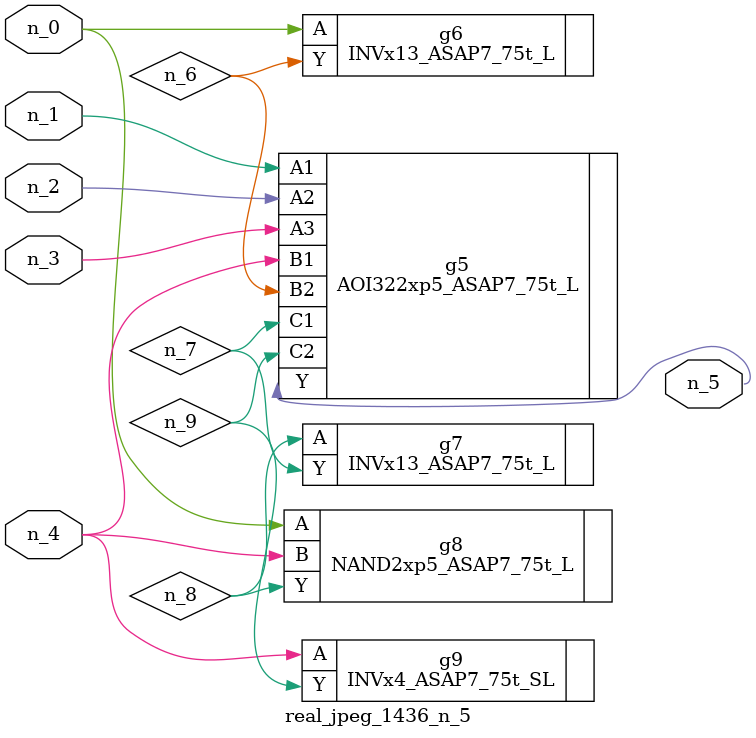
<source format=v>
module real_jpeg_1436_n_5 (n_4, n_0, n_1, n_2, n_3, n_5);

input n_4;
input n_0;
input n_1;
input n_2;
input n_3;

output n_5;

wire n_8;
wire n_6;
wire n_7;
wire n_9;

INVx13_ASAP7_75t_L g6 ( 
.A(n_0),
.Y(n_6)
);

NAND2xp5_ASAP7_75t_L g8 ( 
.A(n_0),
.B(n_4),
.Y(n_8)
);

AOI322xp5_ASAP7_75t_L g5 ( 
.A1(n_1),
.A2(n_2),
.A3(n_3),
.B1(n_4),
.B2(n_6),
.C1(n_7),
.C2(n_9),
.Y(n_5)
);

INVx4_ASAP7_75t_SL g9 ( 
.A(n_4),
.Y(n_9)
);

INVx13_ASAP7_75t_L g7 ( 
.A(n_8),
.Y(n_7)
);


endmodule
</source>
